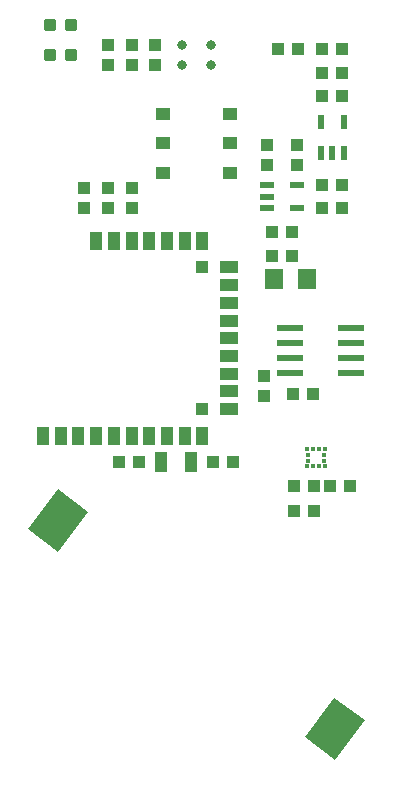
<source format=gbr>
G75*
%MOIN*%
%OFA0B0*%
%FSLAX25Y25*%
%IPPOS*%
%LPD*%
%AMOC8*
5,1,8,0,0,1.08239X$1,22.5*
%
%ADD10C,0.01181*%
%ADD11R,0.04331X0.03937*%
%ADD12R,0.06299X0.07087*%
%ADD13R,0.03937X0.04331*%
%ADD14R,0.04724X0.02165*%
%ADD15R,0.04331X0.06693*%
%ADD16R,0.03937X0.05906*%
%ADD17R,0.05906X0.03937*%
%ADD18R,0.03937X0.03937*%
%ADD19R,0.02165X0.04724*%
%ADD20C,0.03150*%
%ADD21R,0.12598X0.16535*%
%ADD22R,0.08661X0.02362*%
%ADD23R,0.04528X0.03937*%
%ADD24R,0.01378X0.01476*%
%ADD25R,0.01476X0.01378*%
D10*
X0011705Y0239567D02*
X0011705Y0236811D01*
X0008949Y0236811D01*
X0008949Y0239567D01*
X0011705Y0239567D01*
X0011705Y0237991D02*
X0008949Y0237991D01*
X0008949Y0239171D02*
X0011705Y0239171D01*
X0018610Y0239567D02*
X0018610Y0236811D01*
X0015854Y0236811D01*
X0015854Y0239567D01*
X0018610Y0239567D01*
X0018610Y0237991D02*
X0015854Y0237991D01*
X0015854Y0239171D02*
X0018610Y0239171D01*
X0011705Y0249409D02*
X0011705Y0246653D01*
X0008949Y0246653D01*
X0008949Y0249409D01*
X0011705Y0249409D01*
X0011705Y0247833D02*
X0008949Y0247833D01*
X0008949Y0249013D02*
X0011705Y0249013D01*
X0018610Y0249409D02*
X0018610Y0246653D01*
X0015854Y0246653D01*
X0015854Y0249409D01*
X0018610Y0249409D01*
X0018610Y0247833D02*
X0015854Y0247833D01*
X0015854Y0249013D02*
X0018610Y0249013D01*
D11*
X0029528Y0241535D03*
X0029528Y0234843D03*
X0037402Y0241535D03*
X0037402Y0234843D03*
X0107677Y0232283D03*
X0100984Y0232283D03*
X0091142Y0125000D03*
X0097835Y0125000D03*
X0039764Y0102362D03*
X0033071Y0102362D03*
X0064567Y0102362D03*
X0071260Y0102362D03*
X0084252Y0179134D03*
X0090945Y0179134D03*
X0086220Y0240157D03*
X0092913Y0240157D03*
X0021654Y0187106D03*
X0021654Y0193799D03*
X0084252Y0171260D03*
X0090945Y0171260D03*
X0037402Y0187106D03*
X0037402Y0193799D03*
X0098327Y0094488D03*
X0091634Y0094488D03*
X0098327Y0086122D03*
X0091634Y0086122D03*
X0103445Y0094488D03*
X0110138Y0094488D03*
D12*
X0085039Y0163386D03*
X0096063Y0163386D03*
D13*
X0082677Y0201378D03*
X0082677Y0208071D03*
X0092520Y0201378D03*
X0092520Y0208071D03*
X0100984Y0187008D03*
X0107677Y0187008D03*
X0045276Y0234843D03*
X0045276Y0241535D03*
X0100984Y0194882D03*
X0107677Y0194882D03*
X0107677Y0240157D03*
X0100984Y0240157D03*
X0107677Y0224409D03*
X0100984Y0224409D03*
X0029528Y0193799D03*
X0029528Y0187106D03*
X0081693Y0124606D03*
X0081693Y0131299D03*
D14*
X0082480Y0194685D03*
X0082480Y0190945D03*
X0082480Y0187205D03*
X0092717Y0187205D03*
X0092717Y0194685D03*
D15*
X0057087Y0102362D03*
X0047244Y0102362D03*
D16*
X0007874Y0111220D03*
X0013780Y0111220D03*
X0019685Y0111220D03*
X0025591Y0111220D03*
X0031496Y0111220D03*
X0037402Y0111220D03*
X0043307Y0111220D03*
X0049213Y0111220D03*
X0055118Y0111220D03*
X0061024Y0111220D03*
X0061024Y0176181D03*
X0055118Y0176181D03*
X0049213Y0176181D03*
X0043307Y0176181D03*
X0037402Y0176181D03*
X0031496Y0176181D03*
X0025591Y0176181D03*
D17*
X0069882Y0120079D03*
X0069882Y0125984D03*
X0069882Y0131890D03*
X0069882Y0137795D03*
X0069882Y0143701D03*
X0069882Y0149606D03*
X0069882Y0155512D03*
X0069882Y0161417D03*
X0069882Y0167323D03*
D18*
X0061024Y0120079D03*
X0061024Y0167323D03*
D19*
X0100591Y0205512D03*
X0104331Y0205512D03*
X0108071Y0205512D03*
X0108071Y0215748D03*
X0100591Y0215748D03*
D20*
X0063898Y0241535D03*
X0063898Y0234843D03*
X0054213Y0241535D03*
X0054213Y0234843D03*
D21*
G36*
X0013047Y0072546D02*
X0002987Y0080128D01*
X0012937Y0093332D01*
X0022997Y0085750D01*
X0013047Y0072546D01*
G37*
G36*
X0105173Y0003124D02*
X0095113Y0010706D01*
X0105063Y0023910D01*
X0115123Y0016328D01*
X0105173Y0003124D01*
G37*
D22*
X0110630Y0137264D03*
X0090157Y0137264D03*
X0110630Y0132264D03*
X0110630Y0142264D03*
X0110630Y0147264D03*
X0090157Y0132264D03*
X0090157Y0142264D03*
X0090157Y0147264D03*
D23*
X0070177Y0198819D03*
X0070177Y0208661D03*
X0070177Y0218504D03*
X0047933Y0198819D03*
X0047933Y0208661D03*
X0047933Y0218504D03*
D24*
X0101870Y0106644D03*
X0099902Y0106644D03*
X0097933Y0106644D03*
X0095965Y0106644D03*
X0095965Y0101033D03*
X0097933Y0101033D03*
X0099902Y0101033D03*
X0101870Y0101033D03*
D25*
X0096112Y0104823D03*
X0101722Y0102854D03*
X0101722Y0104823D03*
X0096112Y0102854D03*
M02*

</source>
